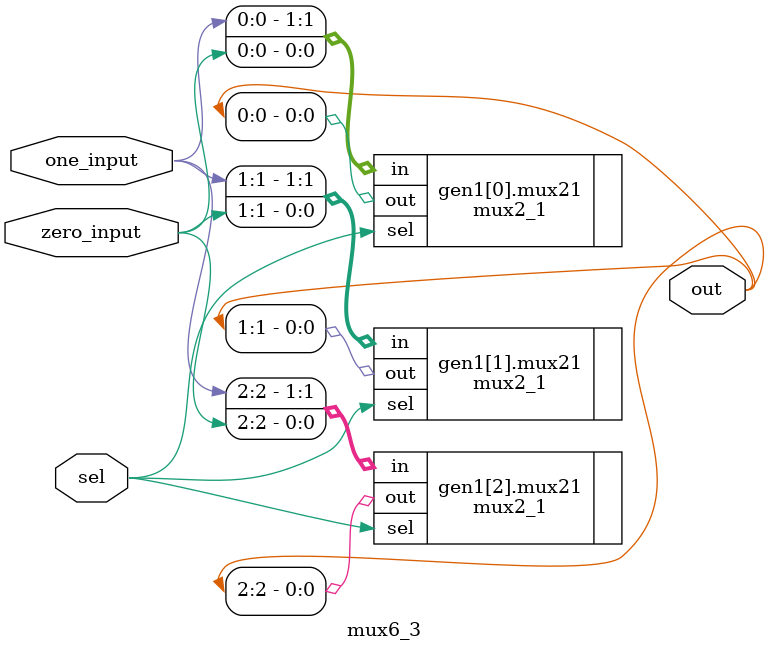
<source format=sv>
module mux6_3 (zero_input, one_input, sel, out);
	input logic [2:0] one_input, zero_input;
	input logic sel;
	output logic [2:0] out;

	genvar i;
	
	generate 
		for (i = 0; i < 3; i++) begin : gen1
			mux2_1 mux21 (.in({one_input[i], zero_input[i]}), .sel(sel), .out(out[i]));
		end
	endgenerate 
endmodule
</source>
